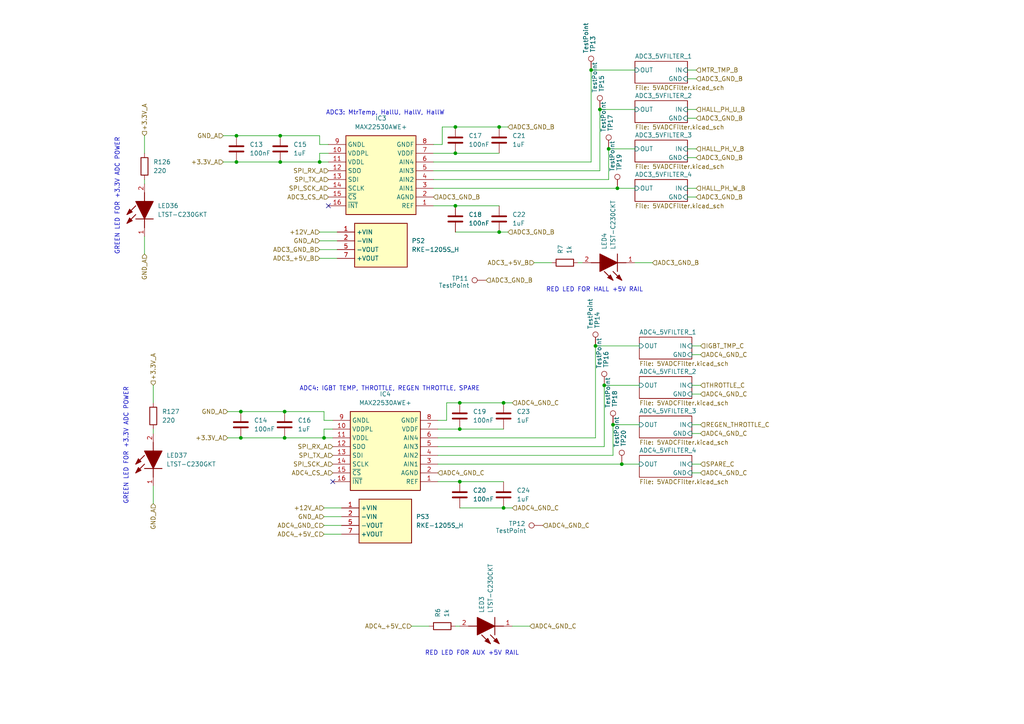
<source format=kicad_sch>
(kicad_sch (version 20250114) (generator "eeschema") (generator_version "9.0")
  (paper "A4")
  (lib_symbols
    (symbol "Connector:TestPoint" (pin_numbers (hide yes)) (pin_names (offset 0.762) (hide yes))
      (property "Reference" "TP" (at 0 6.858 0))
      (property "Value" "TestPoint" (at 0 5.08 0))
      (symbol "TestPoint_0_1"
        (circle (center 0 3.302) (radius 0.762))
      )
      (symbol "TestPoint_1_1"
        (pin passive line (at 0 0 90) (length 2.54) (name "1") (number "1"))
      )
    )
    (symbol "Device:C" (pin_numbers (hide yes)) (pin_names (offset 0.254))
      (property "Reference" "C" (at 0.635 2.54 0))
      (property "Value" "C" (at 0.635 -2.54 0))
      (symbol "C_0_1"
        (polyline (pts (xy -2.032 0.762) (xy 2.032 0.762)) (stroke (width 0.508)))
        (polyline (pts (xy -2.032 -0.762) (xy 2.032 -0.762)) (stroke (width 0.508)))
      )
      (symbol "C_1_1"
        (pin passive line (at 0 3.81 270) (length 2.794) (name "~") (number "1"))
        (pin passive line (at 0 -3.81 90) (length 2.794) (name "~") (number "2"))
      )
    )
    (symbol "Device:R" (pin_numbers (hide yes)) (pin_names (offset 0))
      (property "Reference" "R" (at 2.032 0 90))
      (property "Value" "R" (at 0 0 90))
      (symbol "R_0_1"
        (rectangle (start -1.016 -2.54) (end 1.016 2.54) (stroke (width 0.254)))
      )
      (symbol "R_1_1"
        (pin passive line (at 0 3.81 270) (length 1.27) (name "~") (number "1"))
        (pin passive line (at 0 -3.81 90) (length 1.27) (name "~") (number "2"))
      )
    )
    (symbol "InverterCom:LTST-C230CKT" (pin_names (hide yes))
      (property "Reference" "LED" (at 12.7 8.89 0))
      (property "Value" "LTST-C230CKT" (at 12.7 6.35 0))
      (symbol "LTST-C230CKT_1_1"
        (polyline (pts (xy 2.54 0) (xy 5.08 0)) (stroke (width 0.254)))
        (polyline (pts (xy 5.08 2.54) (xy 5.08 -2.54)) (stroke (width 0.254)))
        (polyline (pts (xy 5.08 0) (xy 10.16 2.54) (xy 10.16 -2.54) (xy 5.08 0)) (stroke (width 0.254)) (fill (type outline)))
        (polyline (pts (xy 5.334 4.318) (xy 4.572 3.556) (xy 3.81 5.08) (xy 5.334 4.318)) (stroke (width 0.254)) (fill (type outline)))
        (polyline (pts (xy 6.35 2.54) (xy 3.81 5.08)) (stroke (width 0.254)))
        (polyline (pts (xy 7.874 4.318) (xy 7.112 3.556) (xy 6.35 5.08) (xy 7.874 4.318)) (stroke (width 0.254)) (fill (type outline)))
        (polyline (pts (xy 8.89 2.54) (xy 6.35 5.08)) (stroke (width 0.254)))
        (polyline (pts (xy 10.16 0) (xy 12.7 0)) (stroke (width 0.254)))
        (pin passive line (at 0 0 0) (length 2.54) (name "K") (number "1"))
        (pin passive line (at 15.24 0 180) (length 2.54) (name "A") (number "2"))
      )
    )
    (symbol "InverterCom:LTST-C230GKT" (pin_names (hide yes))
      (property "Reference" "LED" (at 12.7 8.89 0))
      (property "Value" "LTST-C230GKT" (at 12.7 6.35 0))
      (symbol "LTST-C230GKT_1_1"
        (polyline (pts (xy 2.54 0) (xy 5.08 0)) (stroke (width 0.254)))
        (polyline (pts (xy 5.08 2.54) (xy 5.08 -2.54)) (stroke (width 0.254)))
        (polyline (pts (xy 5.08 0) (xy 10.16 2.54) (xy 10.16 -2.54) (xy 5.08 0)) (stroke (width 0.254)) (fill (type outline)))
        (polyline (pts (xy 5.334 4.318) (xy 4.572 3.556) (xy 3.81 5.08) (xy 5.334 4.318)) (stroke (width 0.254)) (fill (type outline)))
        (polyline (pts (xy 6.35 2.54) (xy 3.81 5.08)) (stroke (width 0.254)))
        (polyline (pts (xy 7.874 4.318) (xy 7.112 3.556) (xy 6.35 5.08) (xy 7.874 4.318)) (stroke (width 0.254)) (fill (type outline)))
        (polyline (pts (xy 8.89 2.54) (xy 6.35 5.08)) (stroke (width 0.254)))
        (polyline (pts (xy 10.16 0) (xy 12.7 0)) (stroke (width 0.254)))
        (pin passive line (at 0 0 0) (length 2.54) (name "K") (number "1"))
        (pin passive line (at 15.24 0 180) (length 2.54) (name "A") (number "2"))
      )
    )
    (symbol "InverterCom:MAX22530AWE+"
      (property "Reference" "IC" (at 26.67 7.62 0))
      (property "Value" "MAX22530AWE+" (at 26.67 5.08 0))
      (symbol "MAX22530AWE+_1_1"
        (rectangle (start 5.08 2.54) (end 25.4 -20.32) (stroke (width 0.254)) (fill (type background)))
        (pin passive line (at 0 0 0) (length 5.08) (name "REF") (number "1"))
        (pin passive line (at 0 -2.54 0) (length 5.08) (name "AGND") (number "2"))
        (pin passive line (at 0 -5.08 0) (length 5.08) (name "AIN1") (number "3"))
        (pin passive line (at 0 -7.62 0) (length 5.08) (name "AIN2") (number "4"))
        (pin passive line (at 0 -10.16 0) (length 5.08) (name "AIN3") (number "5"))
        (pin passive line (at 0 -12.7 0) (length 5.08) (name "AIN4") (number "6"))
        (pin passive line (at 0 -15.24 0) (length 5.08) (name "VDDF") (number "7"))
        (pin passive line (at 0 -17.78 0) (length 5.08) (name "GNDF") (number "8"))
        (pin passive line (at 30.48 0 180) (length 5.08) (name "~{INT}") (number "16"))
        (pin passive line (at 30.48 -2.54 180) (length 5.08) (name "~{CS}") (number "15"))
        (pin passive line (at 30.48 -5.08 180) (length 5.08) (name "SCLK") (number "14"))
        (pin passive line (at 30.48 -7.62 180) (length 5.08) (name "SDI") (number "13"))
        (pin passive line (at 30.48 -10.16 180) (length 5.08) (name "SDO") (number "12"))
        (pin passive line (at 30.48 -12.7 180) (length 5.08) (name "VDDL") (number "11"))
        (pin passive line (at 30.48 -15.24 180) (length 5.08) (name "VDDPL") (number "10"))
        (pin passive line (at 30.48 -17.78 180) (length 5.08) (name "GNDL") (number "9"))
      )
    )
    (symbol "InverterCom:RKE-1205S_H"
      (property "Reference" "PS" (at 21.59 7.62 0))
      (property "Value" "RKE-1205S_H" (at 21.59 5.08 0))
      (symbol "RKE-1205S_H_1_1"
        (rectangle (start 5.08 2.54) (end 20.32 -10.16) (stroke (width 0.254)) (fill (type background)))
        (pin passive line (at 0 0 0) (length 5.08) (name "+VIN") (number "1"))
        (pin passive line (at 0 -2.54 0) (length 5.08) (name "-VIN") (number "2"))
        (pin passive line (at 0 -5.08 0) (length 5.08) (name "-VOUT") (number "5"))
        (pin passive line (at 0 -7.62 0) (length 5.08) (name "+VOUT") (number "7"))
      )
    )
  )
  (text "RED LED FOR AUX +5V RAIL" (at 136.906 189.484 0) (effects (font (size 1.27 1.27))))
  (text "RED LED FOR HALL +5V RAIL" (at 172.466 84.074 0) (effects (font (size 1.27 1.27))))
  (text "ADC3: MtrTemp, HallU, HallV, HallW" (at 111.76 32.766 0) (effects (font (size 1.27 1.27))))
  (text "GREEN LED FOR +3.3V ADC POWER" (at 34.036 56.896 90) (effects (font (size 1.27 1.27))))
  (text "ADC4: IGBT TEMP, THROTTLE, REGEN THROTTLE, SPARE" (at 113.03 112.776 0) (effects (font (size 1.27 1.27))))
  (text "GREEN LED FOR +3.3V ADC POWER" (at 36.576 129.286 90) (effects (font (size 1.27 1.27))))
  (junction (at 82.55 127))
  (junction (at 173.99 31.75))
  (junction (at 68.58 46.99))
  (junction (at 144.78 67.31))
  (junction (at 133.35 139.7))
  (junction (at 144.78 36.83))
  (junction (at 132.08 36.83))
  (junction (at 133.35 116.84))
  (junction (at 172.72 100.33))
  (junction (at 69.85 119.38))
  (junction (at 177.8 123.19))
  (junction (at 146.05 147.32))
  (junction (at 175.26 111.76))
  (junction (at 68.58 39.37))
  (junction (at 81.28 39.37))
  (junction (at 180.34 134.62))
  (junction (at 81.28 46.99))
  (junction (at 171.45 20.32))
  (junction (at 69.85 127))
  (junction (at 133.35 124.46))
  (junction (at 179.07 54.61))
  (junction (at 132.08 44.45))
  (junction (at 93.98 127))
  (junction (at 176.53 43.18))
  (junction (at 82.55 119.38))
  (junction (at 132.08 59.69))
  (junction (at 92.71 46.99))
  (junction (at 146.05 116.84))
  (no_connect (at 96.52 139.7))
  (no_connect (at 95.25 59.69))
  (wire (pts (xy 92.71 41.91) (xy 95.25 41.91)))
  (wire (pts (xy 144.78 67.31) (xy 147.32 67.31)))
  (wire (pts (xy 200.66 125.73) (xy 203.2 125.73)))
  (wire (pts (xy 172.72 127) (xy 172.72 100.33)))
  (wire (pts (xy 127 132.08) (xy 177.8 132.08)))
  (wire (pts (xy 133.35 147.32) (xy 146.05 147.32)))
  (wire (pts (xy 132.08 36.83) (xy 144.78 36.83)))
  (wire (pts (xy 93.98 149.86) (xy 99.06 149.86)))
  (wire (pts (xy 125.73 54.61) (xy 179.07 54.61)))
  (wire (pts (xy 199.39 22.86) (xy 201.93 22.86)))
  (wire (pts (xy 177.8 123.19) (xy 177.8 132.08)))
  (wire (pts (xy 82.55 127) (xy 93.98 127)))
  (wire (pts (xy 146.05 147.32) (xy 148.59 147.32)))
  (wire (pts (xy 144.78 36.83) (xy 147.32 36.83)))
  (wire (pts (xy 127 121.92) (xy 129.54 121.92)))
  (wire (pts (xy 81.28 39.37) (xy 92.71 39.37)))
  (wire (pts (xy 93.98 154.94) (xy 99.06 154.94)))
  (wire (pts (xy 93.98 152.4) (xy 99.06 152.4)))
  (wire (pts (xy 200.66 100.33) (xy 203.2 100.33)))
  (wire (pts (xy 184.15 76.2) (xy 189.23 76.2)))
  (wire (pts (xy 180.34 134.62) (xy 185.42 134.62)))
  (wire (pts (xy 44.45 140.97) (xy 44.45 146.05)))
  (wire (pts (xy 199.39 54.61) (xy 201.93 54.61)))
  (wire (pts (xy 184.15 43.18) (xy 176.53 43.18)))
  (wire (pts (xy 93.98 127) (xy 96.52 127)))
  (wire (pts (xy 127 139.7) (xy 133.35 139.7)))
  (wire (pts (xy 66.04 127) (xy 69.85 127)))
  (wire (pts (xy 200.66 111.76) (xy 203.2 111.76)))
  (wire (pts (xy 132.08 44.45) (xy 144.78 44.45)))
  (wire (pts (xy 175.26 129.54) (xy 175.26 111.76)))
  (wire (pts (xy 41.91 39.37) (xy 41.91 44.45)))
  (wire (pts (xy 173.99 31.75) (xy 184.15 31.75)))
  (wire (pts (xy 127 134.62) (xy 180.34 134.62)))
  (wire (pts (xy 93.98 124.46) (xy 93.98 127)))
  (wire (pts (xy 125.73 46.99) (xy 171.45 46.99)))
  (wire (pts (xy 64.77 46.99) (xy 68.58 46.99)))
  (wire (pts (xy 125.73 52.07) (xy 176.53 52.07)))
  (wire (pts (xy 200.66 102.87) (xy 203.2 102.87)))
  (wire (pts (xy 92.71 46.99) (xy 95.25 46.99)))
  (wire (pts (xy 93.98 147.32) (xy 99.06 147.32)))
  (wire (pts (xy 148.59 181.61) (xy 153.67 181.61)))
  (wire (pts (xy 95.25 44.45) (xy 92.71 44.45)))
  (wire (pts (xy 167.64 76.2) (xy 168.91 76.2)))
  (wire (pts (xy 92.71 67.31) (xy 97.79 67.31)))
  (wire (pts (xy 200.66 123.19) (xy 203.2 123.19)))
  (wire (pts (xy 125.73 41.91) (xy 128.27 41.91)))
  (wire (pts (xy 200.66 137.16) (xy 203.2 137.16)))
  (wire (pts (xy 82.55 119.38) (xy 93.98 119.38)))
  (wire (pts (xy 133.35 139.7) (xy 146.05 139.7)))
  (wire (pts (xy 64.77 39.37) (xy 68.58 39.37)))
  (wire (pts (xy 44.45 111.76) (xy 44.45 116.84)))
  (wire (pts (xy 129.54 116.84) (xy 133.35 116.84)))
  (wire (pts (xy 96.52 124.46) (xy 93.98 124.46)))
  (wire (pts (xy 92.71 44.45) (xy 92.71 46.99)))
  (wire (pts (xy 171.45 46.99) (xy 171.45 20.32)))
  (wire (pts (xy 154.94 76.2) (xy 160.02 76.2)))
  (wire (pts (xy 69.85 119.38) (xy 82.55 119.38)))
  (wire (pts (xy 171.45 20.32) (xy 184.15 20.32)))
  (wire (pts (xy 128.27 36.83) (xy 132.08 36.83)))
  (wire (pts (xy 200.66 134.62) (xy 203.2 134.62)))
  (wire (pts (xy 125.73 49.53) (xy 173.99 49.53)))
  (wire (pts (xy 172.72 100.33) (xy 185.42 100.33)))
  (wire (pts (xy 127 129.54) (xy 175.26 129.54)))
  (wire (pts (xy 133.35 124.46) (xy 146.05 124.46)))
  (wire (pts (xy 125.73 59.69) (xy 132.08 59.69)))
  (wire (pts (xy 176.53 43.18) (xy 176.53 52.07)))
  (wire (pts (xy 41.91 52.07) (xy 41.91 53.34)))
  (wire (pts (xy 185.42 123.19) (xy 177.8 123.19)))
  (wire (pts (xy 81.28 46.99) (xy 92.71 46.99)))
  (wire (pts (xy 132.08 59.69) (xy 144.78 59.69)))
  (wire (pts (xy 179.07 54.61) (xy 184.15 54.61)))
  (wire (pts (xy 199.39 31.75) (xy 201.93 31.75)))
  (wire (pts (xy 69.85 127) (xy 82.55 127)))
  (wire (pts (xy 146.05 116.84) (xy 148.59 116.84)))
  (wire (pts (xy 173.99 49.53) (xy 173.99 31.75)))
  (wire (pts (xy 199.39 20.32) (xy 201.93 20.32)))
  (wire (pts (xy 125.73 44.45) (xy 132.08 44.45)))
  (wire (pts (xy 175.26 111.76) (xy 185.42 111.76)))
  (wire (pts (xy 127 127) (xy 172.72 127)))
  (wire (pts (xy 92.71 74.93) (xy 97.79 74.93)))
  (wire (pts (xy 68.58 39.37) (xy 81.28 39.37)))
  (wire (pts (xy 92.71 72.39) (xy 97.79 72.39)))
  (wire (pts (xy 200.66 114.3) (xy 203.2 114.3)))
  (wire (pts (xy 133.35 116.84) (xy 146.05 116.84)))
  (wire (pts (xy 119.38 181.61) (xy 124.46 181.61)))
  (wire (pts (xy 199.39 45.72) (xy 201.93 45.72)))
  (wire (pts (xy 41.91 68.58) (xy 41.91 73.66)))
  (wire (pts (xy 93.98 119.38) (xy 93.98 121.92)))
  (wire (pts (xy 92.71 39.37) (xy 92.71 41.91)))
  (wire (pts (xy 199.39 43.18) (xy 201.93 43.18)))
  (wire (pts (xy 129.54 121.92) (xy 129.54 116.84)))
  (wire (pts (xy 132.08 181.61) (xy 133.35 181.61)))
  (wire (pts (xy 128.27 41.91) (xy 128.27 36.83)))
  (wire (pts (xy 92.71 69.85) (xy 97.79 69.85)))
  (wire (pts (xy 44.45 124.46) (xy 44.45 125.73)))
  (wire (pts (xy 93.98 121.92) (xy 96.52 121.92)))
  (wire (pts (xy 66.04 119.38) (xy 69.85 119.38)))
  (wire (pts (xy 199.39 34.29) (xy 201.93 34.29)))
  (wire (pts (xy 127 124.46) (xy 133.35 124.46)))
  (wire (pts (xy 68.58 46.99) (xy 81.28 46.99)))
  (wire (pts (xy 132.08 67.31) (xy 144.78 67.31)))
  (wire (pts (xy 199.39 57.15) (xy 201.93 57.15)))
  (hierarchical_label "+3.3V_A" (shape input) (at 41.91 39.37 90))
  (hierarchical_label "ADC3_CS_A" (shape input) (at 95.25 57.15 180))
  (hierarchical_label "+3.3V_A" (shape input) (at 44.45 111.76 90))
  (hierarchical_label "+12V_A" (shape input) (at 93.98 147.32 180))
  (hierarchical_label "ADC4_+5V_C" (shape input) (at 93.98 154.94 180))
  (hierarchical_label "ADC4_GND_C" (shape input) (at 148.59 147.32 0))
  (hierarchical_label "ADC4_+5V_C" (shape input) (at 119.38 181.61 180))
  (hierarchical_label "GND_A" (shape input) (at 93.98 149.86 180))
  (hierarchical_label "ADC3_GND_B" (shape input) (at 147.32 67.31 0))
  (hierarchical_label "HALL_PH_W_B" (shape input) (at 201.93 54.61 0))
  (hierarchical_label "ADC3_GND_B" (shape input) (at 189.23 76.2 0))
  (hierarchical_label "HALL_PH_V_B" (shape input) (at 201.93 43.18 0))
  (hierarchical_label "HALL_PH_U_B" (shape input) (at 201.93 31.75 0))
  (hierarchical_label "ADC3_GND_B" (shape input) (at 125.73 57.15 0))
  (hierarchical_label "SPARE_C" (shape input) (at 203.2 134.62 0))
  (hierarchical_label "GND_A" (shape input) (at 41.91 73.66 270))
  (hierarchical_label "SPI_SCK_A" (shape input) (at 96.52 134.62 180))
  (hierarchical_label "SPI_TX_A" (shape input) (at 96.52 132.08 180))
  (hierarchical_label "GND_A" (shape input) (at 66.04 119.38 180))
  (hierarchical_label "ADC3_+5V_B" (shape input) (at 92.71 74.93 180))
  (hierarchical_label "ADC3_GND_B" (shape input) (at 201.93 45.72 0))
  (hierarchical_label "+3.3V_A" (shape input) (at 66.04 127 180))
  (hierarchical_label "ADC3_+5V_B" (shape input) (at 154.94 76.2 180))
  (hierarchical_label "ADC3_GND_B" (shape input) (at 201.93 57.15 0))
  (hierarchical_label "ADC4_GND_C" (shape input) (at 203.2 125.73 0))
  (hierarchical_label "GND_A" (shape input) (at 44.45 146.05 270))
  (hierarchical_label "+3.3V_A" (shape input) (at 64.77 46.99 180))
  (hierarchical_label "ADC4_GND_C" (shape input) (at 93.98 152.4 180))
  (hierarchical_label "SPI_RX_A" (shape input) (at 95.25 49.53 180))
  (hierarchical_label "ADC4_GND_C" (shape input) (at 203.2 137.16 0))
  (hierarchical_label "ADC4_CS_A" (shape input) (at 96.52 137.16 180))
  (hierarchical_label "ADC3_GND_B" (shape input) (at 92.71 72.39 180))
  (hierarchical_label "+12V_A" (shape input) (at 92.71 67.31 180))
  (hierarchical_label "ADC3_GND_B" (shape input) (at 201.93 34.29 0))
  (hierarchical_label "ADC4_GND_C" (shape input) (at 148.59 116.84 0))
  (hierarchical_label "ADC3_GND_B" (shape input) (at 201.93 22.86 0))
  (hierarchical_label "ADC3_GND_B" (shape input) (at 147.32 36.83 0))
  (hierarchical_label "ADC4_GND_C" (shape input) (at 127 137.16 0))
  (hierarchical_label "GND_A" (shape input) (at 64.77 39.37 180))
  (hierarchical_label "ADC4_GND_C" (shape input) (at 157.48 152.4 0))
  (hierarchical_label "THROTTLE_C" (shape input) (at 203.2 111.76 0))
  (hierarchical_label "SPI_RX_A" (shape input) (at 96.52 129.54 180))
  (hierarchical_label "REGEN_THROTTLE_C" (shape input) (at 203.2 123.19 0))
  (hierarchical_label "MTR_TMP_B" (shape input) (at 201.93 20.32 0))
  (hierarchical_label "ADC4_GND_C" (shape input) (at 203.2 102.87 0))
  (hierarchical_label "SPI_TX_A" (shape input) (at 95.25 52.07 180))
  (hierarchical_label "ADC3_GND_B" (shape input) (at 140.97 81.28 0))
  (hierarchical_label "ADC4_GND_C" (shape input) (at 153.67 181.61 0))
  (hierarchical_label "ADC4_GND_C" (shape input) (at 203.2 114.3 0))
  (hierarchical_label "GND_A" (shape input) (at 92.71 69.85 180))
  (hierarchical_label "SPI_SCK_A" (shape input) (at 95.25 54.61 180))
  (hierarchical_label "IGBT_TMP_C" (shape input) (at 203.2 100.33 0))
  (symbol (lib_id "Device:C") (at 133.35 143.51 0) (unit 1)
    (property "Reference" "C20" (at 137.16 142.2399 0) (effects (justify left)))
    (property "Value" "100nF" (at 137.16 144.78 0) (effects (justify left)))
    (property "Footprint" "Capacitor_SMD:C_1210_3225Metric_Pad1.33x2.70mm_HandSolder" (effects (hide yes)))
    (property "Description" "Unpolarized capacitor" (effects (hide yes)))
  )
  (symbol (lib_id "InverterCom:LTST-C230GKT") (at 44.45 140.97 90) (unit 1)
    (property "Reference" "LED37" (at 48.26 132.0799 90) (effects (justify right)))
    (property "Value" "LTST-C230GKT" (at 48.26 134.6199 90) (effects (justify right)))
    (property "Footprint" "InverterCom:LEDC3216X120N" (effects (hide yes)))
    (property "Description" "Lite-On LTST-C230GKT Green LED, 569 nm, 3016 (1206), Rectangle Lens SMD Package" (effects (hide yes)))
    (property "Height" "1.2" (effects (hide yes)))
    (property "Mouser Part Number" "859-LTST-C230GKT" (effects (hide yes)))
    (property "Mouser Price/Stock" "https://www.mouser.co.uk/ProductDetail/Lite-On/LTST-C230GKT?qs=7ZnIBiPc9DrbEstVFO1DAg%3D%3D" (effects (hide yes)))
    (property "Manufacturer_Name" "Lite-On" (effects (hide yes)))
    (property "Manufacturer_Part_Number" "LTST-C230GKT" (effects (hide yes)))
  )
  (symbol (lib_id "Device:C") (at 68.58 43.18 0) (unit 1)
    (property "Reference" "C13" (at 72.39 41.9099 0) (effects (justify left)))
    (property "Value" "100nF" (at 72.39 44.45 0) (effects (justify left)))
    (property "Footprint" "Capacitor_SMD:C_1210_3225Metric_Pad1.33x2.70mm_HandSolder" (effects (hide yes)))
    (property "Description" "Unpolarized capacitor" (effects (hide yes)))
  )
  (symbol (lib_id "Connector:TestPoint") (at 157.48 152.4 90) (unit 1)
    (property "Reference" "TP12" (at 152.4 151.892 90) (effects (justify left)))
    (property "Value" "TestPoint" (at 152.654 153.924 90) (effects (justify left)))
    (property "Footprint" "TestPoint:TestPoint_Loop_D2.54mm_Drill1.5mm_Beaded" (effects (hide yes)))
    (property "Description" "test point" (effects (hide yes)))
  )
  (symbol (lib_id "InverterCom:LTST-C230CKT") (at 148.59 181.61 180) (unit 1)
    (property "Reference" "LED3" (at 139.6999 177.8 90) (effects (justify right)))
    (property "Value" "LTST-C230CKT" (at 142.2399 177.8 90) (effects (justify right)))
    (property "Footprint" "InverterCom:LEDC3216X120N" (effects (hide yes)))
    (property "Description" "Standard LEDs - SMD Red Clear 638nm" (effects (hide yes)))
    (property "Height" "1.2" (effects (hide yes)))
    (property "Mouser Part Number" "859-LTST-C230CKT" (effects (hide yes)))
    (property "Mouser Price/Stock" "https://www.mouser.co.uk/ProductDetail/Lite-On/LTST-C230CKT?qs=Ajas4iFhtucdJAOTHdHdqw%3D%3D" (effects (hide yes)))
    (property "Manufacturer_Name" "Lite-On" (effects (hide yes)))
    (property "Manufacturer_Part_Number" "LTST-C230CKT" (effects (hide yes)))
  )
  (symbol (lib_id "Device:R") (at 128.27 181.61 270) (unit 1)
    (property "Reference" "R6" (at 126.9999 179.07 0) (effects (justify right)))
    (property "Value" "1k" (at 129.5399 179.07 0) (effects (justify right)))
    (property "Footprint" "Resistor_SMD:R_1210_3225Metric_Pad1.30x2.65mm_HandSolder" (effects (hide yes)))
    (property "Description" "Resistor" (effects (hide yes)))
  )
  (symbol (lib_id "Device:C") (at 146.05 120.65 0) (unit 1)
    (property "Reference" "C23" (at 149.86 119.3799 0) (effects (justify left)))
    (property "Value" "1uF" (at 149.86 121.9199 0) (effects (justify left)))
    (property "Footprint" "Capacitor_SMD:C_1210_3225Metric_Pad1.33x2.70mm_HandSolder" (effects (hide yes)))
    (property "Description" "Unpolarized capacitor" (effects (hide yes)))
  )
  (symbol (lib_id "Device:R") (at 163.83 76.2 270) (unit 1)
    (property "Reference" "R7" (at 162.5599 73.66 0) (effects (justify right)))
    (property "Value" "1k" (at 165.0999 73.66 0) (effects (justify right)))
    (property "Footprint" "Resistor_SMD:R_1210_3225Metric_Pad1.30x2.65mm_HandSolder" (effects (hide yes)))
    (property "Description" "Resistor" (effects (hide yes)))
  )
  (symbol (lib_id "Connector:TestPoint") (at 171.45 20.32 0) (unit 1)
    (property "Reference" "TP13" (at 171.958 15.24 90) (effects (justify left)))
    (property "Value" "TestPoint" (at 169.926 15.494 90) (effects (justify left)))
    (property "Footprint" "TestPoint:TestPoint_Loop_D2.54mm_Drill1.5mm_Beaded" (effects (hide yes)))
    (property "Description" "test point" (effects (hide yes)))
  )
  (symbol (lib_id "Device:C") (at 82.55 123.19 0) (unit 1)
    (property "Reference" "C16" (at 86.36 121.9199 0) (effects (justify left)))
    (property "Value" "1uF" (at 86.36 124.4599 0) (effects (justify left)))
    (property "Footprint" "Capacitor_SMD:C_1210_3225Metric_Pad1.33x2.70mm_HandSolder" (effects (hide yes)))
    (property "Description" "Unpolarized capacitor" (effects (hide yes)))
  )
  (symbol (lib_id "Connector:TestPoint") (at 172.72 100.33 0) (unit 1)
    (property "Reference" "TP14" (at 173.228 95.25 90) (effects (justify left)))
    (property "Value" "TestPoint" (at 171.196 95.504 90) (effects (justify left)))
    (property "Footprint" "TestPoint:TestPoint_Loop_D2.54mm_Drill1.5mm_Beaded" (effects (hide yes)))
    (property "Description" "test point" (effects (hide yes)))
  )
  (symbol (lib_id "Device:C") (at 69.85 123.19 0) (unit 1)
    (property "Reference" "C14" (at 73.66 121.9199 0) (effects (justify left)))
    (property "Value" "100nF" (at 73.66 124.46 0) (effects (justify left)))
    (property "Footprint" "Capacitor_SMD:C_1210_3225Metric_Pad1.33x2.70mm_HandSolder" (effects (hide yes)))
    (property "Description" "Unpolarized capacitor" (effects (hide yes)))
  )
  (symbol (lib_id "Connector:TestPoint") (at 140.97 81.28 90) (unit 1)
    (property "Reference" "TP11" (at 135.89 80.772 90) (effects (justify left)))
    (property "Value" "TestPoint" (at 136.144 82.804 90) (effects (justify left)))
    (property "Footprint" "TestPoint:TestPoint_Loop_D2.54mm_Drill1.5mm_Beaded" (effects (hide yes)))
    (property "Description" "test point" (effects (hide yes)))
  )
  (symbol (lib_id "Device:C") (at 144.78 63.5 0) (unit 1)
    (property "Reference" "C22" (at 148.59 62.2299 0) (effects (justify left)))
    (property "Value" "1uF" (at 148.59 64.7699 0) (effects (justify left)))
    (property "Footprint" "Capacitor_SMD:C_1210_3225Metric_Pad1.33x2.70mm_HandSolder" (effects (hide yes)))
    (property "Description" "Unpolarized capacitor" (effects (hide yes)))
  )
  (symbol (lib_id "Device:C") (at 132.08 40.64 0) (unit 1)
    (property "Reference" "C17" (at 135.89 39.3699 0) (effects (justify left)))
    (property "Value" "100nF" (at 135.89 41.91 0) (effects (justify left)))
    (property "Footprint" "Capacitor_SMD:C_1210_3225Metric_Pad1.33x2.70mm_HandSolder" (effects (hide yes)))
    (property "Description" "Unpolarized capacitor" (effects (hide yes)))
  )
  (symbol (lib_id "Device:R") (at 44.45 120.65 180) (unit 1)
    (property "Reference" "R127" (at 46.99 119.3799 0) (effects (justify right)))
    (property "Value" "220" (at 46.99 121.9199 0) (effects (justify right)))
    (property "Footprint" "Resistor_SMD:R_1210_3225Metric_Pad1.30x2.65mm_HandSolder" (effects (hide yes)))
    (property "Description" "Resistor" (effects (hide yes)))
  )
  (symbol (lib_id "Device:C") (at 146.05 143.51 0) (unit 1)
    (property "Reference" "C24" (at 149.86 142.2399 0) (effects (justify left)))
    (property "Value" "1uF" (at 149.86 144.7799 0) (effects (justify left)))
    (property "Footprint" "Capacitor_SMD:C_1210_3225Metric_Pad1.33x2.70mm_HandSolder" (effects (hide yes)))
    (property "Description" "Unpolarized capacitor" (effects (hide yes)))
  )
  (symbol (lib_id "Connector:TestPoint") (at 179.07 54.61 0) (unit 1)
    (property "Reference" "TP19" (at 179.578 49.53 90) (effects (justify left)))
    (property "Value" "TestPoint" (at 177.546 49.784 90) (effects (justify left)))
    (property "Footprint" "TestPoint:TestPoint_Loop_D2.54mm_Drill1.5mm_Beaded" (effects (hide yes)))
    (property "Description" "test point" (effects (hide yes)))
  )
  (symbol (lib_id "Device:C") (at 144.78 40.64 0) (unit 1)
    (property "Reference" "C21" (at 148.59 39.3699 0) (effects (justify left)))
    (property "Value" "1uF" (at 148.59 41.9099 0) (effects (justify left)))
    (property "Footprint" "Capacitor_SMD:C_1210_3225Metric_Pad1.33x2.70mm_HandSolder" (effects (hide yes)))
    (property "Description" "Unpolarized capacitor" (effects (hide yes)))
  )
  (symbol (lib_id "Connector:TestPoint") (at 180.34 134.62 0) (unit 1)
    (property "Reference" "TP20" (at 180.848 129.54 90) (effects (justify left)))
    (property "Value" "TestPoint" (at 178.816 129.794 90) (effects (justify left)))
    (property "Footprint" "TestPoint:TestPoint_Loop_D2.54mm_Drill1.5mm_Beaded" (effects (hide yes)))
    (property "Description" "test point" (effects (hide yes)))
  )
  (symbol (lib_id "Device:C") (at 132.08 63.5 0) (unit 1)
    (property "Reference" "C18" (at 135.89 62.2299 0) (effects (justify left)))
    (property "Value" "100nF" (at 135.89 64.77 0) (effects (justify left)))
    (property "Footprint" "Capacitor_SMD:C_1210_3225Metric_Pad1.33x2.70mm_HandSolder" (effects (hide yes)))
    (property "Description" "Unpolarized capacitor" (effects (hide yes)))
  )
  (symbol (lib_id "InverterCom:LTST-C230CKT") (at 184.15 76.2 180) (unit 1)
    (property "Reference" "LED4" (at 175.2599 72.39 90) (effects (justify right)))
    (property "Value" "LTST-C230CKT" (at 177.7999 72.39 90) (effects (justify right)))
    (property "Footprint" "InverterCom:LEDC3216X120N" (effects (hide yes)))
    (property "Description" "Standard LEDs - SMD Red Clear 638nm" (effects (hide yes)))
    (property "Height" "1.2" (effects (hide yes)))
    (property "Mouser Part Number" "859-LTST-C230CKT" (effects (hide yes)))
    (property "Mouser Price/Stock" "https://www.mouser.co.uk/ProductDetail/Lite-On/LTST-C230CKT?qs=Ajas4iFhtucdJAOTHdHdqw%3D%3D" (effects (hide yes)))
    (property "Manufacturer_Name" "Lite-On" (effects (hide yes)))
    (property "Manufacturer_Part_Number" "LTST-C230CKT" (effects (hide yes)))
  )
  (symbol (lib_id "InverterCom:RKE-1205S_H") (at 97.79 67.31 0) (unit 1)
    (property "Reference" "PS2" (at 119.38 69.8499 0) (effects (justify left)))
    (property "Value" "RKE-1205S_H" (at 119.38 72.3899 0) (effects (justify left)))
    (property "Footprint" "InverterCom:RKE1205SH" (effects (hide yes)))
    (property "Datasheet" "https://www.recom-power.com/pdf/Econoline/RKE.pdf" (effects (hide yes)))
    (property "Description" "Recom Through Hole 1W Isolated DC-DC Converter, Vin Maximum of 12 V dc, I/O isolation 4kV dc, Vout 5V dc" (effects (hide yes)))
    (property "Height" "10.7" (effects (hide yes)))
    (property "Mouser Part Number" "919-RKE-1205S/H" (effects (hide yes)))
    (property "Mouser Price/Stock" "https://www.mouser.co.uk/ProductDetail/RECOM-Power/RKE-1205S-H?qs=IFMNCcK%2FBZwj8OgeraTUUA%3D%3D" (effects (hide yes)))
    (property "Manufacturer_Name" "RECOM Power" (effects (hide yes)))
    (property "Manufacturer_Part_Number" "RKE-1205S/H" (effects (hide yes)))
  )
  (symbol (lib_id "Device:C") (at 81.28 43.18 0) (unit 1)
    (property "Reference" "C15" (at 85.09 41.9099 0) (effects (justify left)))
    (property "Value" "1uF" (at 85.09 44.4499 0) (effects (justify left)))
    (property "Footprint" "Capacitor_SMD:C_1210_3225Metric_Pad1.33x2.70mm_HandSolder" (effects (hide yes)))
    (property "Description" "Unpolarized capacitor" (effects (hide yes)))
  )
  (symbol (lib_id "Connector:TestPoint") (at 177.8 123.19 0) (unit 1)
    (property "Reference" "TP18" (at 178.308 118.11 90) (effects (justify left)))
    (property "Value" "TestPoint" (at 176.276 118.364 90) (effects (justify left)))
    (property "Footprint" "TestPoint:TestPoint_Loop_D2.54mm_Drill1.5mm_Beaded" (effects (hide yes)))
    (property "Description" "test point" (effects (hide yes)))
  )
  (symbol (lib_id "Device:C") (at 133.35 120.65 0) (unit 1)
    (property "Reference" "C19" (at 137.16 119.3799 0) (effects (justify left)))
    (property "Value" "100nF" (at 137.16 121.92 0) (effects (justify left)))
    (property "Footprint" "Capacitor_SMD:C_1210_3225Metric_Pad1.33x2.70mm_HandSolder" (effects (hide yes)))
    (property "Description" "Unpolarized capacitor" (effects (hide yes)))
  )
  (symbol (lib_id "InverterCom:RKE-1205S_H") (at 99.06 147.32 0) (unit 1)
    (property "Reference" "PS3" (at 120.65 149.8599 0) (effects (justify left)))
    (property "Value" "RKE-1205S_H" (at 120.65 152.3999 0) (effects (justify left)))
    (property "Footprint" "InverterCom:RKE1205SH" (effects (hide yes)))
    (property "Datasheet" "https://www.recom-power.com/pdf/Econoline/RKE.pdf" (effects (hide yes)))
    (property "Description" "Recom Through Hole 1W Isolated DC-DC Converter, Vin Maximum of 12 V dc, I/O isolation 4kV dc, Vout 5V dc" (effects (hide yes)))
    (property "Height" "10.7" (effects (hide yes)))
    (property "Mouser Part Number" "919-RKE-1205S/H" (effects (hide yes)))
    (property "Mouser Price/Stock" "https://www.mouser.co.uk/ProductDetail/RECOM-Power/RKE-1205S-H?qs=IFMNCcK%2FBZwj8OgeraTUUA%3D%3D" (effects (hide yes)))
    (property "Manufacturer_Name" "RECOM Power" (effects (hide yes)))
    (property "Manufacturer_Part_Number" "RKE-1205S/H" (effects (hide yes)))
  )
  (symbol (lib_id "InverterCom:MAX22530AWE+") (at 127 139.7 180) (unit 1)
    (property "Reference" "IC4" (at 111.76 114.3 0))
    (property "Value" "MAX22530AWE+" (at 111.76 116.84 0))
    (property "Footprint" "InverterCom:SOIC127P1032X265-16N" (effects (hide yes)))
    (property "Datasheet" "https://www.analog.com/MAX22530/datasheet" (effects (hide yes)))
    (property "Description" "Field-Side Self-Powered, 4-Channel, 12-bit, Isolated ADC" (effects (hide yes)))
    (property "Height" "2.65" (effects (hide yes)))
    (property "Mouser Part Number" "700-MAX22530AWE+" (effects (hide yes)))
    (property "Mouser Price/Stock" "https://www.mouser.co.uk/ProductDetail/Analog-Devices-Maxim-Integrated/MAX22530AWE%2b?qs=DRkmTr78QASxug5yEXUKBg%3D%3D" (effects (hide yes)))
    (property "Manufacturer_Name" "Analog Devices" (effects (hide yes)))
    (property "Manufacturer_Part_Number" "MAX22530AWE+" (effects (hide yes)))
  )
  (symbol (lib_id "InverterCom:MAX22530AWE+") (at 125.73 59.69 180) (unit 1)
    (property "Reference" "IC3" (at 110.49 34.29 0))
    (property "Value" "MAX22530AWE+" (at 110.49 36.83 0))
    (property "Footprint" "InverterCom:SOIC127P1032X265-16N" (effects (hide yes)))
    (property "Datasheet" "https://www.analog.com/MAX22530/datasheet" (effects (hide yes)))
    (property "Description" "Field-Side Self-Powered, 4-Channel, 12-bit, Isolated ADC" (effects (hide yes)))
    (property "Height" "2.65" (effects (hide yes)))
    (property "Mouser Part Number" "700-MAX22530AWE+" (effects (hide yes)))
    (property "Mouser Price/Stock" "https://www.mouser.co.uk/ProductDetail/Analog-Devices-Maxim-Integrated/MAX22530AWE%2b?qs=DRkmTr78QASxug5yEXUKBg%3D%3D" (effects (hide yes)))
    (property "Manufacturer_Name" "Analog Devices" (effects (hide yes)))
    (property "Manufacturer_Part_Number" "MAX22530AWE+" (effects (hide yes)))
  )
  (symbol (lib_id "Connector:TestPoint") (at 175.26 111.76 0) (unit 1)
    (property "Reference" "TP16" (at 175.768 106.68 90) (effects (justify left)))
    (property "Value" "TestPoint" (at 173.736 106.934 90) (effects (justify left)))
    (property "Footprint" "TestPoint:TestPoint_Loop_D2.54mm_Drill1.5mm_Beaded" (effects (hide yes)))
    (property "Description" "test point" (effects (hide yes)))
  )
  (symbol (lib_id "InverterCom:LTST-C230GKT") (at 41.91 68.58 90) (unit 1)
    (property "Reference" "LED36" (at 45.72 59.6899 90) (effects (justify right)))
    (property "Value" "LTST-C230GKT" (at 45.72 62.2299 90) (effects (justify right)))
    (property "Footprint" "InverterCom:LEDC3216X120N" (effects (hide yes)))
    (property "Description" "Lite-On LTST-C230GKT Green LED, 569 nm, 3016 (1206), Rectangle Lens SMD Package" (effects (hide yes)))
    (property "Height" "1.2" (effects (hide yes)))
    (property "Mouser Part Number" "859-LTST-C230GKT" (effects (hide yes)))
    (property "Mouser Price/Stock" "https://www.mouser.co.uk/ProductDetail/Lite-On/LTST-C230GKT?qs=7ZnIBiPc9DrbEstVFO1DAg%3D%3D" (effects (hide yes)))
    (property "Manufacturer_Name" "Lite-On" (effects (hide yes)))
    (property "Manufacturer_Part_Number" "LTST-C230GKT" (effects (hide yes)))
  )
  (symbol (lib_id "Connector:TestPoint") (at 176.53 43.18 0) (unit 1)
    (property "Reference" "TP17" (at 177.038 38.1 90) (effects (justify left)))
    (property "Value" "TestPoint" (at 175.006 38.354 90) (effects (justify left)))
    (property "Footprint" "TestPoint:TestPoint_Loop_D2.54mm_Drill1.5mm_Beaded" (effects (hide yes)))
    (property "Description" "test point" (effects (hide yes)))
  )
  (symbol (lib_id "Connector:TestPoint") (at 173.99 31.75 0) (unit 1)
    (property "Reference" "TP15" (at 174.498 26.67 90) (effects (justify left)))
    (property "Value" "TestPoint" (at 172.466 26.924 90) (effects (justify left)))
    (property "Footprint" "TestPoint:TestPoint_Loop_D2.54mm_Drill1.5mm_Beaded" (effects (hide yes)))
    (property "Description" "test point" (effects (hide yes)))
  )
  (symbol (lib_id "Device:R") (at 41.91 48.26 180) (unit 1)
    (property "Reference" "R126" (at 44.45 46.9899 0) (effects (justify right)))
    (property "Value" "220" (at 44.45 49.5299 0) (effects (justify right)))
    (property "Footprint" "Resistor_SMD:R_1210_3225Metric_Pad1.30x2.65mm_HandSolder" (effects (hide yes)))
    (property "Description" "Resistor" (effects (hide yes)))
  )
  (sheet (at 185.42 97.79) (size 15.24 6.35) (stroke (width 0.1524))
    (property "Sheetname" "ADC4_5VFILTER_1" (at 185.42 97.0784 0) (effects (justify left bottom)))
    (property "Sheetfile" "5VADCFilter.kicad_sch" (at 185.42 104.7246 0) (effects (justify left top)))
    (pin "GND" input (at 200.66 102.87 0))
    (pin "IN" input (at 200.66 100.33 0))
    (pin "OUT" input (at 185.42 100.33 180))
  )
  (sheet (at 185.42 132.08) (size 15.24 6.35) (stroke (width 0.1524))
    (property "Sheetname" "ADC4_5VFILTER_4" (at 185.42 131.3684 0) (effects (justify left bottom)))
    (property "Sheetfile" "5VADCFilter.kicad_sch" (at 185.42 139.0146 0) (effects (justify left top)))
    (pin "GND" input (at 200.66 137.16 0))
    (pin "IN" input (at 200.66 134.62 0))
    (pin "OUT" input (at 185.42 134.62 180))
  )
  (sheet (at 184.15 17.78) (size 15.24 6.35) (stroke (width 0.1524))
    (property "Sheetname" "ADC3_5VFILTER_1" (at 184.15 17.0684 0) (effects (justify left bottom)))
    (property "Sheetfile" "5VADCFilter.kicad_sch" (at 184.15 24.7146 0) (effects (justify left top)))
    (pin "GND" input (at 199.39 22.86 0))
    (pin "IN" input (at 199.39 20.32 0))
    (pin "OUT" input (at 184.15 20.32 180))
  )
  (sheet (at 184.15 52.07) (size 15.24 6.35) (stroke (width 0.1524))
    (property "Sheetname" "ADC3_5VFILTER_4" (at 184.15 51.3584 0) (effects (justify left bottom)))
    (property "Sheetfile" "5VADCFilter.kicad_sch" (at 184.15 59.0046 0) (effects (justify left top)))
    (pin "GND" input (at 199.39 57.15 0))
    (pin "IN" input (at 199.39 54.61 0))
    (pin "OUT" input (at 184.15 54.61 180))
  )
  (sheet (at 185.42 120.65) (size 15.24 6.35) (stroke (width 0.1524))
    (property "Sheetname" "ADC4_5VFILTER_3" (at 185.42 119.9384 0) (effects (justify left bottom)))
    (property "Sheetfile" "5VADCFilter.kicad_sch" (at 185.42 127.5846 0) (effects (justify left top)))
    (pin "GND" input (at 200.66 125.73 0))
    (pin "IN" input (at 200.66 123.19 0))
    (pin "OUT" input (at 185.42 123.19 180))
  )
  (sheet (at 184.15 40.64) (size 15.24 6.35) (stroke (width 0.1524))
    (property "Sheetname" "ADC3_5VFILTER_3" (at 184.15 39.9284 0) (effects (justify left bottom)))
    (property "Sheetfile" "5VADCFilter.kicad_sch" (at 184.15 47.5746 0) (effects (justify left top)))
    (pin "GND" input (at 199.39 45.72 0))
    (pin "IN" input (at 199.39 43.18 0))
    (pin "OUT" input (at 184.15 43.18 180))
  )
  (sheet (at 185.42 109.22) (size 15.24 6.35) (stroke (width 0.1524))
    (property "Sheetname" "ADC4_5VFILTER_2" (at 185.42 108.5084 0) (effects (justify left bottom)))
    (property "Sheetfile" "5VADCFilter.kicad_sch" (at 185.42 116.1546 0) (effects (justify left top)))
    (pin "GND" input (at 200.66 114.3 0))
    (pin "IN" input (at 200.66 111.76 0))
    (pin "OUT" input (at 185.42 111.76 180))
  )
  (sheet (at 184.15 29.21) (size 15.24 6.35) (stroke (width 0.1524))
    (property "Sheetname" "ADC3_5VFILTER_2" (at 184.15 28.4984 0) (effects (justify left bottom)))
    (property "Sheetfile" "5VADCFilter.kicad_sch" (at 184.15 36.1446 0) (effects (justify left top)))
    (pin "GND" input (at 199.39 34.29 0))
    (pin "IN" input (at 199.39 31.75 0))
    (pin "OUT" input (at 184.15 31.75 180))
  )
)
</source>
